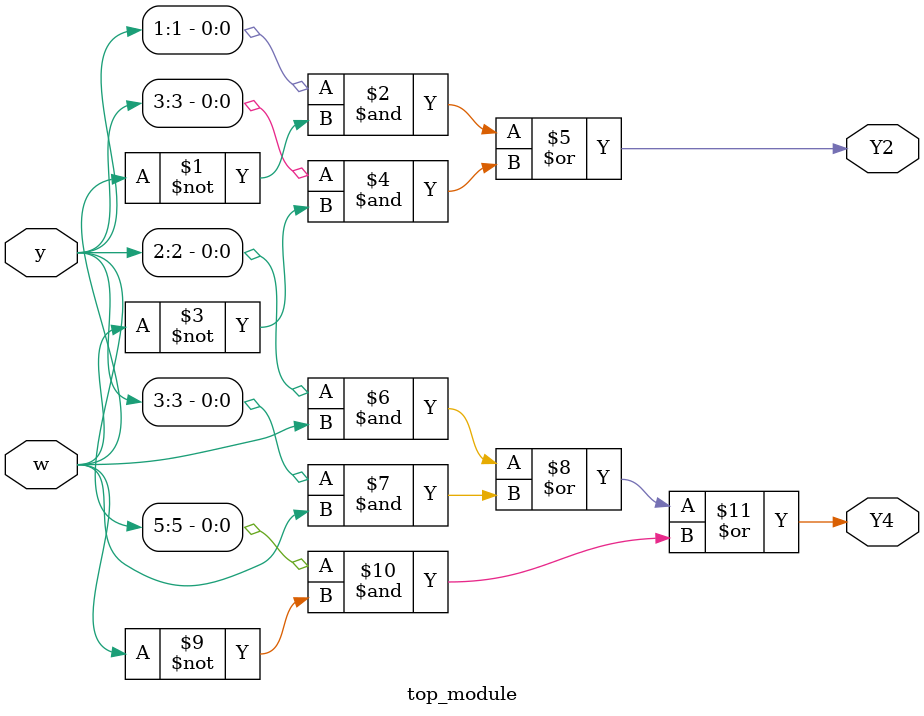
<source format=sv>
module top_module (
    input [6:1] y,
    input w,
    output Y2,
    output Y4
);

// Next-state logic for y[2] (state B and C)
assign Y2 = (y[1] & ~w) | (y[3] & ~w);

// Next-state logic for y[4] (state D, E, and F)
assign Y4 = (y[2] & w) | (y[3] & w) | (y[5] & ~w);

endmodule

</source>
